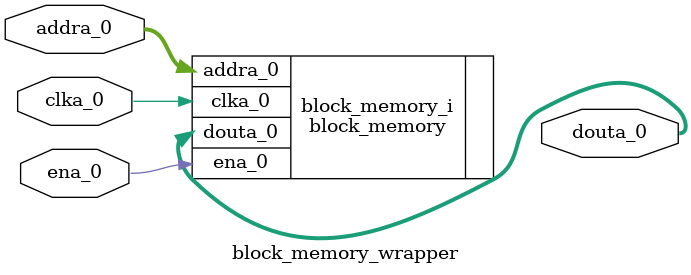
<source format=v>
`timescale 1 ps / 1 ps

module block_memory_wrapper
   (addra_0,
    clka_0,
    douta_0,
    ena_0);
  input [15:0]addra_0;
  input clka_0;
  output [11:0]douta_0;
  input ena_0;

  wire [15:0]addra_0;
  wire clka_0;
  wire [11:0]douta_0;
  wire ena_0;

  block_memory block_memory_i
       (.addra_0(addra_0),
        .clka_0(clka_0),
        .douta_0(douta_0),
        .ena_0(ena_0));
endmodule

</source>
